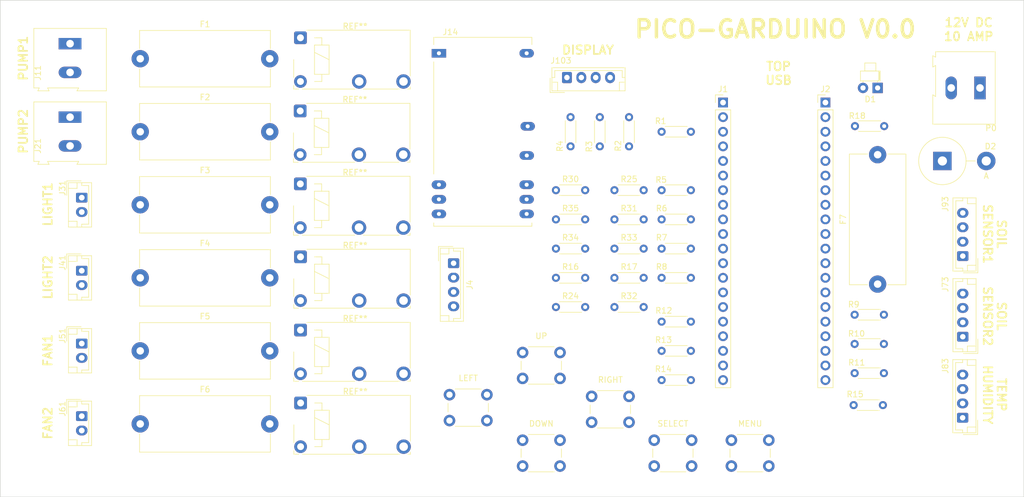
<source format=kicad_pcb>
(kicad_pcb (version 20211014) (generator pcbnew)
  (layers (0 "F.Cu" signal) (31 "B.Cu" signal) (34 "B.Paste" user) (35 "F.Paste" user) (36 "B.SilkS" user "B.Silkscreen") (37 "F.SilkS" user "F.Silkscreen") (38 "B.Mask" user) (39 "F.Mask" user) (44 "Edge.Cuts" user))
  (net 0 "")
  (net 1 "Net-(D2-Pad2)")
  (net 4 "Net-(F1-Pad1)")
  (net 5 "GND")
  (net 6 "Net-(F6-Pad1)")
  (net 7 "Net-(F2-Pad1)")
  (net 8 "Net-(F3-Pad1)")
  (net 9 "BUTTON 5")
  (net 10 "BUTTON 6")
  (net 11 "Net-(J1-Pad6)")
  (net 12 "Net-(F4-Pad1)")
  (net 13 "Net-(F5-Pad1)")
  (net 15 "Net-(J1-Pad9)")
  (net 16 "VEXT12")
  (net 17 "Net-(J1-Pad10)")
  (net 18 "Net-(J1-Pad14)")
  (net 19 "Net-(J1-Pad15)")
  (net 20 "Net-(J1-Pad16)")
  (net 22 "Net-(J1-Pad17)")
  (net 23 "Net-(J1-Pad19)")
  (net 30 "Net-(J1-Pad7)")
  (net 31 "Net-(J4-Pad3)")
  (net 32 "Net-(J33-Pad2)")
  (net 33 "Net-(J1-Pad20)")
  (net 34 "Net-(J103-Pad4)")
  (net 35 "Net-(J103-Pad3)")
  (net 36 "Net-(J2-Pad34)")
  (net 37 "Net-(J4-Pad4)")
  (net 38 "Net-(J43-Pad2)")
  (net 39 "Net-(J53-Pad2)")
  (net 40 "Net-(J63-Pad2)")
  (net 41 "Net-(J2-Pad27)")
  (net 42 "Net-(J83-Pad2)")
  (net 43 "+3V3")
  (net 44 "Net-(J93-Pad4)")
  (net 45 "SoilSense")
  (net 46 "Net-(J93-Pad3)")
  (net 47 "Net-(R11-Pad2)")
  (net 48 "Net-(D1-Pad2)")
  (net 49 "Net-(R10-Pad2)")
  (net 50 "Net-(J2-Pad29)")
  (net 51 "VEXT")
  (net 53 "Net-(R5-Pad1)")
  (net 54 "Net-(R6-Pad1)")
  (net 55 "Net-(R10-Pad1)")
  (net 56 "BUTTON 1")
  (net 57 "BUTTON 2")
  (net 58 "BUTTON 3")
  (net 59 "BUTTON 4")
  (net 60 "3.3V")
  (footprint "Resistor_THT:R_Axial_DIN0204_L3.6mm_D1.6mm_P5.08mm_Horizontal" (layer "F.Cu") (at 158.058469 96.52)
    (fp_text reference "R6" (at 0 -1.92) (layer "F.SilkS"))
    (fp_text value "33R")
    (pad "1" thru_hole circle (at 0 0) (size 1.4 1.4) (drill 0.7) (layers *.Cu *.Mask) (net 54 "Net-(R6-Pad1)"))
    (pad "2" thru_hole oval (at 5.08 0) (size 1.4 1.4) (drill 0.7) (layers *.Cu *.Mask) (net 19 "Net-(J1-Pad15)"))
  )
  (footprint "Relay_THT:Relay_SPST_TE_PCH-1xxx2M" (layer "F.Cu") (at 95.345527 128.438043)
    (fp_text reference "REF**" (at 9.5 -2) (layer "F.SilkS"))
    (fp_text value "Relay_SPST_TE_PCH-1xxx2M")
    (pad "1" thru_hole roundrect (at 0 0) (size 2.2 2.2) (drill 1.2) (layers *.Cu *.Mask) (roundrect_rratio 0.155))
    (pad "2" thru_hole circle (at 10.2 7.6) (size 2.5 2.5) (drill 1.5) (layers *.Cu *.Mask))
    (pad "3" thru_hole circle (at 17.9 7.6) (size 2.5 2.5) (drill 1.5) (layers *.Cu *.Mask))
    (pad "5" thru_hole circle (at 0 7.6) (size 2.2 2.2) (drill 1.2) (layers *.Cu *.Mask))
  )
  (footprint "Resistor_THT:R_Axial_DIN0204_L3.6mm_D1.6mm_P5.08mm_Horizontal" (layer "F.Cu") (at 191.59 113.096308)
    (fp_text reference "R9" (at -0.153734 -1.782709) (layer "F.SilkS"))
    (fp_text value "33R")
    (pad "1" thru_hole circle (at 0 0) (size 1.4 1.4) (drill 0.7) (layers *.Cu *.Mask) (net 45 "SoilSense"))
    (pad "2" thru_hole oval (at 5.08 0) (size 1.4 1.4) (drill 0.7) (layers *.Cu *.Mask) (net 46 "Net-(J93-Pad3)"))
  )
  (footprint "Connector_JST:JST_EH_B2B-EH-A_1x02_P2.50mm_Vertical" (layer "F.Cu") (at 57.33 105.439238 -90)
    (fp_text reference "J41" (at -1.379239 3.351531 90) (layer "F.SilkS"))
    (fp_text value "Light2")
    (pad "1" thru_hole roundrect (at 0 0 270) (size 1.7 2) (drill 1) (layers *.Cu *.Mask) (roundrect_rratio 0.147059))
    (pad "2" thru_hole oval (at 2.5 0 270) (size 1.7 2) (drill 1) (layers *.Cu *.Mask) (net 5 "GND"))
  )
  (footprint "Resistor_THT:R_Axial_DIN0204_L3.6mm_D1.6mm_P5.08mm_Horizontal" (layer "F.Cu") (at 139.7 106.68)
    (fp_text reference "R16" (at 2.54 -1.92) (layer "F.SilkS"))
    (fp_text value "33R")
    (pad "1" thru_hole circle (at 0 0) (size 1.4 1.4) (drill 0.7) (layers *.Cu *.Mask) (net 37 "Net-(J4-Pad4)"))
    (pad "2" thru_hole oval (at 5.08 0) (size 1.4 1.4) (drill 0.7) (layers *.Cu *.Mask) (net 11 "Net-(J1-Pad6)"))
  )
  (footprint "Resistor_THT:R_Axial_DIN0204_L3.6mm_D1.6mm_P5.08mm_Horizontal" (layer "F.Cu") (at 152.4 83.82 90)
    (fp_text reference "R2" (at 0.0876 -1.894706 90) (layer "F.SilkS"))
    (fp_text value "33R")
    (pad "1" thru_hole circle (at 0 0 90) (size 1.4 1.4) (drill 0.7) (layers *.Cu *.Mask) (net 35 "Net-(J103-Pad3)"))
    (pad "2" thru_hole oval (at 5.08 0 90) (size 1.4 1.4) (drill 0.7) (layers *.Cu *.Mask) (net 17 "Net-(J1-Pad10)"))
  )
  (footprint "Resistor_THT:R_Axial_DIN0204_L3.6mm_D1.6mm_P5.08mm_Horizontal" (layer "F.Cu") (at 158.058469 81.28)
    (fp_text reference "R1" (at -0.17127 -1.862134) (layer "F.SilkS"))
    (fp_text value "33R")
    (pad "1" thru_hole circle (at 0 0) (size 1.4 1.4) (drill 0.7) (layers *.Cu *.Mask) (net 34 "Net-(J103-Pad4)"))
    (pad "2" thru_hole oval (at 5.08 0) (size 1.4 1.4) (drill 0.7) (layers *.Cu *.Mask) (net 15 "Net-(J1-Pad9)"))
  )
  (footprint "Resistor_THT:R_Axial_DIN0204_L3.6mm_D1.6mm_P5.08mm_Horizontal" (layer "F.Cu") (at 158.058469 119.38)
    (fp_text reference "R13" (at 0.341132 -1.9076) (layer "F.SilkS"))
    (fp_text value "33R")
    (pad "1" thru_hole circle (at 0 0) (size 1.4 1.4) (drill 0.7) (layers *.Cu *.Mask) (net 39 "Net-(J53-Pad2)"))
    (pad "2" thru_hole oval (at 5.08 0) (size 1.4 1.4) (drill 0.7) (layers *.Cu *.Mask) (net 23 "Net-(J1-Pad19)"))
  )
  (footprint "Button_Switch_THT:SW_PUSH_6mm" (layer "F.Cu") (at 121.21 127)
    (fp_text reference "LEFT" (at 3.252541 -2.874344) (layer "F.SilkS"))
    (fp_text value "SW_Push")
    (pad "1" thru_hole circle (at 6.5 0 90) (size 2 2) (drill 1.1) (layers *.Cu *.Mask) (net 60 "3.3V"))
    (pad "1" thru_hole circle (at 0 0 90) (size 2 2) (drill 1.1) (layers *.Cu *.Mask) (net 60 "3.3V"))
    (pad "2" thru_hole circle (at 0 4.5 90) (size 2 2) (drill 1.1) (layers *.Cu *.Mask) (net 57 "BUTTON 2"))
    (pad "2" thru_hole circle (at 6.5 4.5 90) (size 2 2) (drill 1.1) (layers *.Cu *.Mask) (net 57 "BUTTON 2"))
  )
  (footprint "Converter_DCDC:Converter_DCDC_Bothhand_CFUDxxxx_THT" (layer "F.Cu") (at 119.375 67.63)
    (fp_text reference "J14" (at 1.99 -3.68) (layer "F.SilkS"))
    (fp_text value "BuckIN")
    (pad "1" thru_hole rect (at 0 0) (size 2.5 1.5) (drill 0.7) (layers *.Cu *.Mask) (net 16 "VEXT12"))
    (pad "10" thru_hole oval (at 0 22.86) (size 2.5 1.5) (drill 0.7) (layers *.Cu *.Mask))
    (pad "11" thru_hole oval (at 0 25.4) (size 2.5 1.5) (drill 0.7) (layers *.Cu *.Mask))
    (pad "12" thru_hole oval (at 0 27.94) (size 2.5 1.5) (drill 0.7) (layers *.Cu *.Mask))
    (pad "13" thru_hole oval (at 15.24 27.94) (size 2.5 1.5) (drill 0.7) (layers *.Cu *.Mask))
    (pad "14" thru_hole oval (at 15.24 25.4) (size 2.5 1.5) (drill 0.7) (layers *.Cu *.Mask))
    (pad "15" thru_hole oval (at 15.24 22.86) (size 2.5 1.5) (drill 0.7) (layers *.Cu *.Mask))
    (pad "17" thru_hole oval (at 15.26 17.78) (size 2.5 1.5) (drill 0.7) (layers *.Cu *.Mask))
    (pad "19" thru_hole oval (at 15.42 12.7) (size 2.5 1.5) (drill 0.7) (layers *.Cu *.Mask))
    (pad "24" thru_hole oval (at 15.24 0) (size 2.5 1.5) (drill 0.7) (layers *.Cu *.Mask))
  )
  (footprint "TerminalBlock:TerminalBlock_Altech_AK300-2_P5.00mm" (layer "F.Cu") (at 55.301531 78.74 -90)
    (fp_text reference "J21" (at 4.999999 5.591531 90) (layer "F.SilkS"))
    (fp_text value "Pump2")
    (pad "1" thru_hole rect (at 0 0 270) (size 1.98 3.96) (drill 1.32) (layers *.Cu *.Mask))
    (pad "2" thru_hole oval (at 5 0 270) (size 1.98 3.96) (drill 1.32) (layers *.Cu *.Mask) (net 5 "GND"))
  )
  (footprint "Button_Switch_THT:SW_PUSH_6mm" (layer "F.Cu") (at 133.91 134.91)
    (fp_text reference "DOWN" (at 3.252535 -2.874352) (layer "F.SilkS"))
    (fp_text value "SW_Push")
    (pad "1" thru_hole circle (at 6.5 0 90) (size 2 2) (drill 1.1) (layers *.Cu *.Mask) (net 60 "3.3V"))
    (pad "1" thru_hole circle (at 0 0 90) (size 2 2) (drill 1.1) (layers *.Cu *.Mask) (net 60 "3.3V"))
    (pad "2" thru_hole circle (at 0 4.5 90) (size 2 2) (drill 1.1) (layers *.Cu *.Mask) (net 9 "BUTTON 5"))
    (pad "2" thru_hole circle (at 6.5 4.5 90) (size 2 2) (drill 1.1) (layers *.Cu *.Mask) (net 9 "BUTTON 5"))
  )
  (footprint "Connector_JST:JST_EH_B2B-EH-A_1x02_P2.50mm_Vertical" (layer "F.Cu") (at 57.33 130.730076 -90)
    (fp_text reference "J61" (at -1.270077 3.351531 90) (layer "F.SilkS"))
    (fp_text value "Fan2")
    (pad "1" thru_hole roundrect (at 0 0 270) (size 1.7 2) (drill 1) (layers *.Cu *.Mask) (roundrect_rratio 0.147059))
    (pad "2" thru_hole oval (at 2.5 0 270) (size 1.7 2) (drill 1) (layers *.Cu *.Mask) (net 5 "GND"))
  )
  (footprint "Button_Switch_THT:SW_PUSH_6mm" (layer "F.Cu") (at 133.91 119.67)
    (fp_text reference "UP" (at 3.252541 -2.874344) (layer "F.SilkS"))
    (fp_text value "SW_Push")
    (pad "1" thru_hole circle (at 0 0 90) (size 2 2) (drill 1.1) (layers *.Cu *.Mask) (net 60 "3.3V"))
    (pad "1" thru_hole circle (at 6.5 0 90) (size 2 2) (drill 1.1) (layers *.Cu *.Mask) (net 60 "3.3V"))
    (pad "2" thru_hole circle (at 0 4.5 90) (size 2 2) (drill 1.1) (layers *.Cu *.Mask) (net 56 "BUTTON 1"))
    (pad "2" thru_hole circle (at 6.5 4.5 90) (size 2 2) (drill 1.1) (layers *.Cu *.Mask) (net 56 "BUTTON 1"))
  )
  (footprint "Fuse:Fuseholder_Cylinder-5x20mm_Schurter_0031_8201_Horizontal_Open" (layer "F.Cu") (at 195.58 107.77 90)
    (fp_text reference "F7" (at 11.25 -6 90) (layer "F.SilkS"))
    (fp_text value "Fuse")
    (pad "" np_thru_hole circle (at 11.25 0 90) (size 2.7 2.7) (drill 2.7) (layers *.Cu *.Mask))
    (pad "1" thru_hole circle (at 0 0 90) (size 3 3) (drill 1.3) (layers *.Cu *.Mask) (net 16 "VEXT12"))
    (pad "2" thru_hole circle (at 22.5 0 90) (size 3 3) (drill 1.3) (layers *.Cu *.Mask) (net 1 "Net-(D2-Pad2)"))
  )
  (footprint "Resistor_THT:R_Axial_DIN0204_L3.6mm_D1.6mm_P5.08mm_Horizontal" (layer "F.Cu") (at 196.720707 80.301744 180)
    (fp_text reference "R18" (at 4.687109 1.788946) (layer "F.SilkS"))
    (fp_text value "1K")
    (pad "1" thru_hole circle (at 0 0 180) (size 1.4 1.4) (drill 0.7) (layers *.Cu *.Mask) (net 16 "VEXT12"))
    (pad "2" thru_hole oval (at 5.08 0 180) (size 1.4 1.4) (drill 0.7) (layers *.Cu *.Mask) (net 48 "Net-(D1-Pad2)"))
  )
  (footprint "Relay_THT:Relay_SPST_TE_PCH-1xxx2M" (layer "F.Cu") (at 95.320104 64.938589)
    (fp_text reference "REF**" (at 9.5 -2) (layer "F.SilkS"))
    (fp_text value "Relay_SPST_TE_PCH-1xxx2M")
    (pad "1" thru_hole roundrect (at 0 0) (size 2.2 2.2) (drill 1.2) (layers *.Cu *.Mask) (roundrect_rratio 0.155))
    (pad "2" thru_hole circle (at 10.2 7.6) (size 2.5 2.5) (drill 1.5) (layers *.Cu *.Mask))
    (pad "3" thru_hole circle (at 17.9 7.6) (size 2.5 2.5) (drill 1.5) (layers *.Cu *.Mask))
    (pad "5" thru_hole circle (at 0 7.6) (size 2.2 2.2) (drill 1.2) (layers *.Cu *.Mask))
  )
  (footprint "Button_Switch_THT:SW_PUSH_6mm" (layer "F.Cu") (at 145.9 127.29)
    (fp_text reference "RIGHT" (at 3.252535 -2.874352) (layer "F.SilkS"))
    (fp_text value "SW_Push")
    (pad "1" thru_hole circle (at 6.5 0 90) (size 2 2) (drill 1.1) (layers *.Cu *.Mask) (net 60 "3.3V"))
    (pad "1" thru_hole circle (at 0 0 90) (size 2 2) (drill 1.1) (layers *.Cu *.Mask) (net 60 "3.3V"))
    (pad "2" thru_hole circle (at 0 4.5 90) (size 2 2) (drill 1.1) (layers *.Cu *.Mask) (net 59 "BUTTON 4"))
    (pad "2" thru_hole circle (at 6.5 4.5 90) (size 2 2) (drill 1.1) (layers *.Cu *.Mask) (net 59 "BUTTON 4"))
  )
  (footprint "Connector_JST:JST_EH_B4B-EH-A_1x04_P2.50mm_Vertical" (layer "F.Cu") (at 121.92 104.14 -90)
    (fp_text reference "J4" (at 3.75 -2.8 90) (layer "F.SilkS"))
    (fp_text value "RTC")
    (pad "1" thru_hole roundrect (at 0 0 270) (size 1.7 1.95) (drill 0.95) (layers *.Cu *.Mask) (roundrect_rratio 0.147059) (net 51 "VEXT"))
    (pad "2" thru_hole oval (at 2.5 0 270) (size 1.7 1.95) (drill 0.95) (layers *.Cu *.Mask) (net 5 "GND"))
    (pad "3" thru_hole oval (at 5 0 270) (size 1.7 1.95) (drill 0.95) (layers *.Cu *.Mask) (net 31 "Net-(J4-Pad3)"))
    (pad "4" thru_hole oval (at 7.5 0 270) (size 1.7 1.95) (drill 0.95) (layers *.Cu *.Mask) (net 37 "Net-(J4-Pad4)"))
  )
  (footprint "Fuse:Fuseholder_Cylinder-5x20mm_Schurter_0031_8201_Horizontal_Open" (layer "F.Cu") (at 67.49 93.98)
    (fp_text reference "F3" (at 11.25 -6) (layer "F.SilkS"))
    (fp_text value "Fuse")
    (pad "" np_thru_hole circle (at 11.25 0) (size 2.7 2.7) (drill 2.7) (layers *.Cu *.Mask))
    (pad "1" thru_hole circle (at 0 0) (size 3 3) (drill 1.3) (layers *.Cu *.Mask) (net 8 "Net-(F3-Pad1)"))
    (pad "2" thru_hole circle (at 22.5 0) (size 3 3) (drill 1.3) (layers *.Cu *.Mask) (net 16 "VEXT12"))
  )
  (footprint "Fuse:Fuseholder_Cylinder-5x20mm_Schurter_0031_8201_Horizontal_Open" (layer "F.Cu") (at 67.49 81.28)
    (fp_text reference "F2" (at 11.25 -6) (layer "F.SilkS"))
    (fp_text value "Fuse")
    (pad "" np_thru_hole circle (at 11.25 0) (size 2.7 2.7) (drill 2.7) (layers *.Cu *.Mask))
    (pad "1" thru_hole circle (at 0 0) (size 3 3) (drill 1.3) (layers *.Cu *.Mask) (net 7 "Net-(F2-Pad1)"))
    (pad "2" thru_hole circle (at 22.5 0) (size 3 3) (drill 1.3) (layers *.Cu *.Mask) (net 16 "VEXT12"))
  )
  (footprint "Connector_JST:JST_EH_B4B-EH-A_1x04_P2.50mm_Vertical" (layer "F.Cu") (at 210.371538 116.923185 90)
    (fp_text reference "J73" (at 9.107467 -3.03617 90) (layer "F.SilkS"))
    (fp_text value "Soil Moisture")
    (pad "1" thru_hole roundrect (at 0 0 90) (size 1.7 1.95) (drill 0.95) (layers *.Cu *.Mask) (roundrect_rratio 0.147059) (net 51 "VEXT"))
    (pad "2" thru_hole oval (at 2.5 0 90) (size 1.7 1.95) (drill 0.95) (layers *.Cu *.Mask) (net 5 "GND"))
    (pad "3" thru_hole oval (at 5 0 90) (size 1.7 1.95) (drill 0.95) (layers *.Cu *.Mask) (net 47 "Net-(R11-Pad2)"))
    (pad "4" thru_hole oval (at 7.5 0 90) (size 1.7 1.95) (drill 0.95) (layers *.Cu *.Mask) (net 49 "Net-(R10-Pad2)"))
  )
  (footprint "Resistor_THT:R_Axial_DIN0204_L3.6mm_D1.6mm_P5.08mm_Horizontal" (layer "F.Cu") (at 191.414441 128.814019)
    (fp_text reference "R15" (at 0.253291 -1.880153) (layer "F.SilkS"))
    (fp_text value "33R")
    (pad "1" thru_hole circle (at 0 0) (size 1.4 1.4) (drill 0.7) (layers *.Cu *.Mask) (net 41 "Net-(J2-Pad27)"))
    (pad "2" thru_hole oval (at 5.08 0) (size 1.4 1.4) (drill 0.7) (layers *.Cu *.Mask) (net 42 "Net-(J83-Pad2)"))
  )
  (footprint "Relay_THT:Relay_SPST_TE_PCH-1xxx2M" (layer "F.Cu") (at 95.327457 103.03695)
    (fp_text reference "REF**" (at 9.5 -2) (layer "F.SilkS"))
    (fp_text value "Relay_SPST_TE_PCH-1xxx2M")
    (pad "1" thru_hole roundrect (at 0 0) (size 2.2 2.2) (drill 1.2) (layers *.Cu *.Mask) (roundrect_rratio 0.155))
    (pad "2" thru_hole circle (at 10.2 7.6) (size 2.5 2.5) (drill 1.5) (layers *.Cu *.Mask))
    (pad "3" thru_hole circle (at 17.9 7.6) (size 2.5 2.5) (drill 1.5) (layers *.Cu *.Mask))
    (pad "5" thru_hole circle (at 0 7.6) (size 2.2 2.2) (drill 1.2) (layers *.Cu *.Mask))
  )
  (footprint "Resistor_THT:R_Axial_DIN0204_L3.6mm_D1.6mm_P5.08mm_Horizontal" (layer "F.Cu") (at 139.7 111.76)
    (fp_text reference "R24" (at 2.54 -1.92) (layer "F.SilkS"))
    (fp_text value "10k")
    (pad "1" thru_hole circle (at 0 0) (size 1.4 1.4) (drill 0.7) (layers *.Cu *.Mask) (net 43 "+3V3"))
    (pad "2" thru_hole oval (at 5.08 0) (size 1.4 1.4) (drill 0.7) (layers *.Cu *.Mask) (net 37 "Net-(J4-Pad4)"))
  )
  (footprint "Connector_JST:JST_EH_B2B-EH-A_1x02_P2.50mm_Vertical" (layer "F.Cu") (at 57.33 92.738771 -90)
    (fp_text reference "J31" (at -1.66 3.351531 90) (layer "F.SilkS"))
    (fp_text value "Light")
    (pad "1" thru_hole roundrect (at 0 0 270) (size 1.7 2) (drill 1) (layers *.Cu *.Mask) (roundrect_rratio 0.147059))
    (pad "2" thru_hole oval (at 2.5 0 270) (size 1.7 2) (drill 1) (layers *.Cu *.Mask) (net 5 "GND"))
  )
  (footprint "Fuse:Fuseholder_Cylinder-5x20mm_Schurter_0031_8201_Horizontal_Open" (layer "F.Cu") (at 67.49 68.58)
    (fp_text reference "F1" (at 11.25 -6) (layer "F.SilkS"))
    (fp_text value "Fuse")
    (pad "" np_thru_hole circle (at 11.25 0) (size 2.7 2.7) (drill 2.7) (layers *.Cu *.Mask))
    (pad "1" thru_hole circle (at 0 0) (size 3 3) (drill 1.3) (layers *.Cu *.Mask) (net 4 "Net-(F1-Pad1)"))
    (pad "2" thru_hole circle (at 22.5 0) (size 3 3) (drill 1.3) (layers *.Cu *.Mask) (net 16 "VEXT12"))
  )
  (footprint "Resistor_THT:R_Axial_DIN0204_L3.6mm_D1.6mm_P5.08mm_Horizontal" (layer "F.Cu") (at 158.058469 124.46)
    (fp_text reference "R14" (at 0.303932 -1.928399) (layer "F.SilkS"))
    (fp_text value "33R")
    (pad "1" thru_hole circle (at 0 0) (size 1.4 1.4) (drill 0.7) (layers *.Cu *.Mask) (net 40 "Net-(J63-Pad2)"))
    (pad "2" thru_hole oval (at 5.08 0) (size 1.4 1.4) (drill 0.7) (layers *.Cu *.Mask) (net 33 "Net-(J1-Pad20)"))
  )
  (footprint "Resistor_THT:R_Axial_DIN0204_L3.6mm_D1.6mm_P5.08mm_Horizontal" (layer "F.Cu") (at 191.59 123.256308)
    (fp_text reference "R11" (at 0.358799 -1.844577) (layer "F.SilkS"))
    (fp_text value "33R")
    (pad "1" thru_hole circle (at 0 0) (size 1.4 1.4) (drill 0.7) (layers *.Cu *.Mask) (net 50 "Net-(J2-Pad29)"))
    (pad "2" thru_hole oval (at 5.08 0) (size 1.4 1.4) (drill 0.7) (layers *.Cu *.Mask) (net 47 "Net-(R11-Pad2)"))
  )
  (footprint "Resistor_THT:R_Axial_DIN0204_L3.6mm_D1.6mm_P5.08mm_Horizontal" (layer "F.Cu") (at 149.86 101.6)
    (fp_text reference "R33" (at 2.54 -1.92) (layer "F.SilkS"))
    (fp_text value "10k")
    (pad "1" thru_hole circle (at 0 0) (size 1.4 1.4) (drill 0.7) (layers *.Cu *.Mask) (net 59 "BUTTON 4"))
    (pad "2" thru_hole oval (at 5.08 0) (size 1.4 1.4) (drill 0.7) (layers *.Cu *.Mask) (net 5 "GND"))
  )
  (footprint "Resistor_THT:R_Axial_DIN0204_L3.6mm_D1.6mm_P5.08mm_Horizontal" (layer "F.Cu") (at 149.86 91.44)
    (fp_text reference "R25" (at 2.54 -1.92) (layer "F.SilkS"))
    (fp_text value "10k")
    (pad "1" thru_hole circle (at 0 0) (size 1.4 1.4) (drill 0.7) (layers *.Cu *.Mask) (net 43 "+3V3"))
    (pad "2" thru_hole oval (at 5.08 0) (size 1.4 1.4) (drill 0.7) (layers *.Cu *.Mask) (net 31 "Net-(J4-Pad3)"))
  )
  (footprint "Resistor_THT:R_Axial_DIN0204_L3.6mm_D1.6mm_P5.08mm_Horizontal" (layer "F.Cu") (at 158.058469 106.68)
    (fp_text reference "R8" (at 0 -1.92) (layer "F.SilkS"))
    (fp_text value "33R")
    (pad "1" thru_hole circle (at 0 0) (size 1.4 1.4) (drill 0.7) (layers *.Cu *.Mask) (net 36 "Net-(J2-Pad34)"))
    (pad "2" thru_hole oval (at 5.08 0) (size 1.4 1.4) (drill 0.7) (layers *.Cu *.Mask) (net 44 "Net-(J93-Pad4)"))
  )
  (footprint "Resistor_THT:R_Axial_DIN0204_L3.6mm_D1.6mm_P5.08mm_Horizontal" (layer "F.Cu") (at 147.32 83.82 90)
    (fp_text reference "R3" (at -0.0364 -1.849108 90) (layer "F.SilkS"))
    (fp_text value "10k")
    (pad "1" thru_hole circle (at 0 0 90) (size 1.4 1.4) (drill 0.7) (layers *.Cu *.Mask) (net 43 "+3V3"))
    (pad "2" thru_hole oval (at 5.08 0 90) (size 1.4 1.4) (drill 0.7) (layers *.Cu *.Mask) (net 34 "Net-(J103-Pad4)"))
  )
  (footprint "Button_Switch_THT:SW_PUSH_6mm" (layer "F.Cu") (at 156.77 134.91)
    (fp_text reference "SELECT" (at 3.252535 -2.874352) (layer "F.SilkS"))
    (fp_text value "SW_Push")
    (pad "1" thru_hole circle (at 0 0 90) (size 2 2) (drill 1.1) (layers *.Cu *.Mask) (net 60 "3.3V"))
    (pad "1" thru_hole circle (at 6.5 0 90) (size 2 2) (drill 1.1) (layers *.Cu *.Mask) (net 60 "3.3V"))
    (pad "2" thru_hole circle (at 6.5 4.5 90) (size 2 2) (drill 1.1) (layers *.Cu *.Mask) (net 10 "BUTTON 6"))
    (pad "2" thru_hole circle (at 0 4.5 90) (size 2 2) (drill 1.1) (layers *.Cu *.Mask) (net 10 "BUTTON 6"))
  )
  (footprint "Resistor_THT:R_Axial_DIN0204_L3.6mm_D1.6mm_P5.08mm_Horizontal" (layer "F.Cu") (at 139.7 91.44)
    (fp_text reference "R30" (at 2.54 -1.92) (layer "F.SilkS"))
    (fp_text value "10k")
    (pad "1" thru_hole circle (at 0 0) (size 1.4 1.4) (drill 0.7) (layers *.Cu *.Mask) (net 56 "BUTTON 1"))
    (pad "2" thru_hole oval (at 5.08 0) (size 1.4 1.4) (drill 0.7) (layers *.Cu *.Mask) (net 5 "GND"))
  )
  (footprint "Connector_JST:JST_EH_B2B-EH-A_1x02_P2.50mm_Vertical" (layer "F.Cu") (at 57.33 118.102177 -90)
    (fp_text reference "J51" (at -1.342178 3.351531 90) (layer "F.SilkS"))
    (fp_text value "Fan")
    (pad "1" thru_hole roundrect (at 0 0 270) (size 1.7 2) (drill 1) (layers *.Cu *.Mask) (roundrect_rratio 0.147059))
    (pad "2" thru_hole oval (at 2.5 0 270) (size 1.7 2) (drill 1) (layers *.Cu *.Mask) (net 5 "GND"))
  )
  (footprint "Resistor_THT:R_Axial_DIN0204_L3.6mm_D1.6mm_P5.08mm_Horizontal" (layer "F.Cu") (at 149.86 106.68)
    (fp_text reference "R17" (at 2.54 -1.92) (layer "F.SilkS"))
    (fp_text value "33R")
    (pad "1" thru_hole circle (at 0 0) (size 1.4 1.4) (drill 0.7) (layers *.Cu *.Mask) (net 31 "Net-(J4-Pad3)"))
    (pad "2" thru_hole oval (at 5.08 0) (size 1.4 1.4) (drill 0.7) (layers *.Cu *.Mask) (net 30 "Net-(J1-Pad7)"))
  )
  (footprint "Connector_JST:JST_EH_B4B-EH-A_1x04_P2.50mm_Vertical" (layer "F.Cu") (at 141.608469 71.85)
    (fp_text reference "J103" (at -1.034072 -2.937201) (layer "F.SilkS"))
    (fp_text value "Display")
    (pad "1" thru_hole roundrect (at 0 0) (size 1.7 1.95) (drill 0.95) (layers *.Cu *.Mask) (roundrect_rratio 0.147059) (net 51 "VEXT"))
    (pad "2" thru_hole oval (at 2.5 0) (size 1.7 1.95) (drill 0.95) (layers *.Cu *.Mask) (net 5 "GND"))
    (pad "3" thru_hole oval (at 5 0) (size 1.7 1.95) (drill 0.95) (layers *.Cu *.Mask) (net 35 "Net-(J103-Pad3)"))
    (pad "4" thru_hole oval (at 7.5 0) (size 1.7 1.95) (drill 0.95) (layers *.Cu *.Mask) (net 34 "Net-(J103-Pad4)"))
  )
  (footprint "Connector_JST:JST_EH_B4B-EH-A_1x04_P2.50mm_Vertical" (layer "F.Cu") (at 210.344311 131.01345 90)
    (fp_text reference "J83" (at 9.010264 -3.008943 90) (layer "F.SilkS"))
    (fp_text value "DHT11")
    (pad "1" thru_hole roundrect (at 0 0 90) (size 1.7 1.95) (drill 0.95) (layers *.Cu *.Mask) (roundrect_rratio 0.147059) (net 51 "VEXT"))
    (pad "2" thru_hole oval (at 2.5 0 90) (size 1.7 1.95) (drill 0.95) (layers *.Cu *.Mask) (net 42 "Net-(J83-Pad2)"))
    (pad "3" thru_hole oval (at 5 0 90) (size 1.7 1.95) (drill 0.95) (layers *.Cu *.Mask))
    (pad "4" thru_hole oval (at 7.5 0 90) (size 1.7 1.95) (drill 0.95) (layers *.Cu *.Mask) (net 5 "GND"))
  )
  (footprint "Connector_PinHeader_2.54mm:PinHeader_1x20_P2.54mm_Vertical" (layer "F.Cu") (at 186.51 76.2)
    (fp_text reference "J2" (at 0 -2.33) (layer "F.SilkS"))
    (fp_text value "PICO")
    (pad "1" thru_hole rect (at 0 0) (size 1.7 1.7) (drill 1) (layers *.Cu *.Mask))
    (pad "2" thru_hole oval (at 0 2.54) (size 1.7 1.7) (drill 1) (layers *.Cu *.Mask))
    (pad "3" thru_hole oval (at 0 5.08) (size 1.7 1.7) (drill 1) (layers *.Cu *.Mask))
    (pad "4" thru_hole oval (at 0 7.62) (size 1.7 1.7) (drill 1) (layers *.Cu *.Mask))
    (pad "5" thru_hole oval (at 0 10.16) (size 1.7 1.7) (drill 1) (layers *.Cu *.Mask))
    (pad "6" thru_hole oval (at 0 12.7) (size 1.7 1.7) (drill 1) (layers *.Cu *.Mask))
    (pad "7" thru_hole oval (at 0 15.24) (size 1.7 1.7) (drill 1) (layers *.Cu *.Mask))
    (pad "8" thru_hole oval (at 0 17.78) (size 1.7 1.7) (drill 1) (layers *.Cu *.Mask))
    (pad "9" thru_hole oval (at 0 20.32) (size 1.7 1.7) (drill 1) (layers *.Cu *.Mask))
    (pad "10" thru_hole oval (at 0 22.86) (size 1.7 1.7) (drill 1) (layers *.Cu *.Mask))
    (pad "11" thru_hole oval (at 0 25.4) (size 1.7 1.7) (drill 1) (layers *.Cu *.Mask))
    (pad "12" thru_hole oval (at 0 27.94) (size 1.7 1.7) (drill 1) (layers *.Cu *.Mask))
    (pad "13" thru_hole oval (at 0 30.48) (size 1.7 1.7) (drill 1) (layers *.Cu *.Mask))
    (pad "14" thru_hole oval (at 0 33.02) (size 1.7 1.7) (drill 1) (layers *.Cu *.Mask))
    (pad "15" thru_hole oval (at 0 35.56) (size 1.7 1.7) (drill 1) (layers *.Cu *.Mask))
    (pad "16" thru_hole oval (at 0 38.1) (size 1.7 1.7) (drill 1) (layers *.Cu *.Mask))
    (pad "17" thru_hole oval (at 0 40.64) (size 1.7 1.7) (drill 1) (layers *.Cu *.Mask))
    (pad "18" thru_hole oval (at 0 43.18) (size 1.7 1.7) (drill 1) (layers *.Cu *.Mask))
    (pad "19" thru_hole oval (at 0 45.72) (size 1.7 1.7) (drill 1) (layers *.Cu *.Mask))
    (pad "20" thru_hole oval (at 0 48.26) (size 1.7 1.7) (drill 1) (layers *.Cu *.Mask))
  )
  (footprint "Button_Switch_THT:SW_PUSH_6mm" (layer "F.Cu") (at 170.18 134.91)
    (fp_text reference "MENU" (at 3.252535 -2.874352) (layer "F.SilkS"))
    (fp_text value "SW_Push")
    (pad "1" thru_hole circle (at 0 0 90) (size 2 2) (drill 1.1) (layers *.Cu *.Mask) (net 60 "3.3V"))
    (pad "1" thru_hole circle (at 6.5 0 90) (size 2 2) (drill 1.1) (layers *.Cu *.Mask) (net 60 "3.3V"))
    (pad "2" thru_hole circle (at 6.5 4.5 90) (size 2 2) (drill 1.1) (layers *.Cu *.Mask) (net 58 "BUTTON 3"))
    (pad "2" thru_hole circle (at 0 4.5 90) (size 2 2) (drill 1.1) (layers *.Cu *.Mask) (net 58 "BUTTON 3"))
  )
  (footprint "Connector_JST:JST_EH_B4B-EH-A_1x04_P2.50mm_Vertical" (layer "F.Cu") (at 210.371538 102.893186 90)
    (fp_text reference "J93" (at 9.047391 -3.03617 90) (layer "F.SilkS"))
    (fp_text value "Soil Moisture")
    (pad "1" thru_hole roundrect (at 0 0 90) (size 1.7 1.95) (drill 0.95) (layers *.Cu *.Mask) (roundrect_rratio 0.147059) (net 51 "VEXT"))
    (pad "2" thru_hole oval (at 2.5 0 90) (size 1.7 1.95) (drill 0.95) (layers *.Cu *.Mask) (net 5 "GND"))
    (pad "3" thru_hole oval (at 5 0 90) (size 1.7 1.95) (drill 0.95) (layers *.Cu *.Mask) (net 46 "Net-(J93-Pad3)"))
    (pad "4" thru_hole oval (at 7.5 0 90) (size 1.7 1.95) (drill 0.95) (layers *.Cu *.Mask) (net 44 "Net-(J93-Pad4)"))
  )
  (footprint "Fuse:Fuseholder_Cylinder-5x20mm_Schurter_0031_8201_Horizontal_Open" (layer "F.Cu") (at 67.49 106.68)
    (fp_text reference "F4" (at 11.25 -6) (layer "F.SilkS"))
    (fp_text value "Fuse")
    (pad "" np_thru_hole circle (at 11.25 0) (size 2.7 2.7) (drill 2.7) (layers *.Cu *.Mask))
    (pad "1" thru_hole circle (at 0 0) (size 3 3) (drill 1.3) (layers *.Cu *.Mask) (net 12 "Net-(F4-Pad1)"))
    (pad "2" thru_hole circle (at 22.5 0) (size 3 3) (drill 1.3) (layers *.Cu *.Mask) (net 16 "VEXT12"))
  )
  (footprint "Fuse:Fuseholder_Cylinder-5x20mm_Schurter_0031_8201_Horizontal_Open" (layer "F.Cu") (at 67.49 132.08)
    (fp_text reference "F6" (at 11.25 -6) (layer "F.SilkS"))
    (fp_text value "Fuse")
    (pad "" np_thru_hole circle (at 11.25 0) (size 2.7 2.7) (drill 2.7) (layers *.Cu *.Mask))
    (pad "1" thru_hole circle (at 0 0) (size 3 3) (drill 1.3) (layers *.Cu *.Mask) (net 6 "Net-(F6-Pad1)"))
    (pad "2" thru_hole circle (at 22.5 0) (size 3 3) (drill 1.3) (layers *.Cu *.Mask) (net 16 "VEXT12"))
  )
  (footprint "TerminalBlock:TerminalBlock_Altech_AK300-2_P5.00mm" (layer "F.Cu") (at 55.301531 65.959999 -90)
    (fp_text reference "J11" (at 5.08 5.591531 90) (layer "F.SilkS"))
    (fp_text value "Pump")
    (pad "1" thru_hole rect (at 0 0 270) (size 1.98 3.96) (drill 1.32) (layers *.Cu *.Mask))
    (pad "2" thru_hole oval (at 5 0 270) (size 1.98 3.96) (drill 1.32) (layers *.Cu *.Mask) (net 5 "GND"))
  )
  (footprint "Connector_PinHeader_2.54mm:PinHeader_1x20_P2.54mm_Vertical" (layer "F.Cu") (at 168.73 76.2)
    (fp_text reference "J1" (at 0 -2.33) (layer "F.SilkS"))
    (fp_text value "PICO")
    (pad "1" thru_hole rect (at 0 0) (size 1.7 1.7) (drill 1) (layers *.Cu *.Mask))
    (pad "2" thru_hole oval (at 0 2.54) (size 1.7 1.7) (drill 1) (layers *.Cu *.Mask))
    (pad "3" thru_hole oval (at 0 5.08) (size 1.7 1.7) (drill 1) (layers *.Cu *.Mask) (net 5 "GND"))
    (pad "4" thru_hole oval (at 0 7.62) (size 1.7 1.7) (drill 1) (layers *.Cu *.Mask) (net 9 "BUTTON 5"))
    (pad "5" thru_hole oval (at 0 10.16) (size 1.7 1.7) (drill 1) (layers *.Cu *.Mask) (net 10 "BUTTON 6"))
    (pad "6" thru_hole oval (at 0 12.7) (size 1.7 1.7) (drill 1) (layers *.Cu *.Mask) (net 11 "Net-(J1-Pad6)"))
    (pad "7" thru_hole oval (at 0 15.24) (size 1.7 1.7) (drill 1) (layers *.Cu *.Mask) (net 30 "Net-(J1-Pad7)"))
    (pad "8" thru_hole oval (at 0 17.78) (size 1.7 1.7) (drill 1) (layers *.Cu *.Mask) (net 5 "GND"))
    (pad "9" thru_hole oval (at 0 20.32) (size 1.7 1.7) (drill 1) (layers *.Cu *.Mask) (net 15 "Net-(J1-Pad9)"))
    (pad "10" thru_hole oval (at 0 22.86) (size 1.7 1.7) (drill 1) (layers *.Cu *.Mask) (net 17 "Net-(J1-Pad10)"))
    (pad "11" thru_hole oval (at 0 25.4) (size 1.7 1.7) (drill 1) (layers *.Cu *.Mask))
    (pad "12" thru_hole oval (at 0 27.94) (size 1.7 1.7) (drill 1) (layers *.Cu *.Mask))
    (pad "13" thru_hole oval (at 0 30.48) (size 1.7 1.7) (drill 1) (layers *.Cu *.Mask) (net 5 "GND"))
    (pad "14" thru_hole oval (at 0 33.02) (size 1.7 1.7) (drill 1) (layers *.Cu *.Mask) (net 18 "Net-(J1-Pad14)"))
    (pad "15" thru_hole oval (at 0 35.56) (size 1.7 1.7) (drill 1) (layers *.Cu *.Mask) (net 19 "Net-(J1-Pad15)"))
    (pad "16" thru_hole oval (at 0 38.1) (size 1.7 1.7) (drill 1) (layers *.Cu *.Mask) (net 20 "Net-(J1-Pad16)"))
    (pad "17" thru_hole oval (at 0 40.64) (size 1.7 1.7) (drill 1) (layers *.Cu *.Mask) (net 22 "Net-(J1-Pad17)"))
    (pad "18" thru_hole oval (at 0 43.18) (size 1.7 1.7) (drill 1) (layers *.Cu *.Mask) (net 5 "GND"))
    (pad "19" thru_hole oval (at 0 45.72) (size 1.7 1.7) (drill 1) (layers *.Cu *.Mask) (net 23 "Net-(J1-Pad19)"))
    (pad "20" thru_hole oval (at 0 48.26) (size 1.7 1.7) (drill 1) (layers *.Cu *.Mask) (net 33 "Net-(J1-Pad20)"))
  )
  (footprint "Resistor_THT:R_Axial_DIN0204_L3.6mm_D1.6mm_P5.08mm_Horizontal" (layer "F.Cu") (at 139.7 101.6)
    (fp_text reference "R34" (at 2.54 -1.92) (layer "F.SilkS"))
    (fp_text value "10k")
    (pad "1" thru_hole circle (at 0 0) (size 1.4 1.4) (drill 0.7) (layers *.Cu *.Mask) (net 9 "BUTTON 5"))
    (pad "2" thru_hole oval (at 5.08 0) (size 1.4 1.4) (drill 0.7) (layers *.Cu *.Mask) (net 5 "GND"))
  )
  (footprint "Relay_THT:Relay_SPST_TE_PCH-1xxx2M" (layer "F.Cu") (at 95.274343 77.660104)
    (fp_text reference "REF**" (at 9.5 -2) (layer "F.SilkS"))
    (fp_text value "Relay_SPST_TE_PCH-1xxx2M")
    (pad "1" thru_hole roundrect (at 0 0) (size 2.2 2.2) (drill 1.2) (layers *.Cu *.Mask) (roundrect_rratio 0.155))
    (pad "2" thru_hole circle (at 10.2 7.6) (size 2.5 2.5) (drill 1.5) (layers *.Cu *.Mask))
    (pad "3" thru_hole circle (at 17.9 7.6) (size 2.5 2.5) (drill 1.5) (layers *.Cu *.Mask))
    (pad "5" thru_hole circle (at 0 7.6) (size 2.2 2.2) (drill 1.2) (layers *.Cu *.Mask))
  )
  (footprint "Resistor_THT:R_Axial_DIN0204_L3.6mm_D1.6mm_P5.08mm_Horizontal" (layer "F.Cu") (at 142.24 83.82 90)
    (fp_text reference "R4" (at 0.038 -1.85311 90) (layer "F.SilkS"))
    (fp_text value "10k")
    (pad "1" thru_hole circle (at 0 0 90) (size 1.4 1.4) (drill 0.7) (layers *.Cu *.Mask) (net 43 "+3V3"))
    (pad "2" thru_hole oval (at 5.08 0 90) (size 1.4 1.4) (drill 0.7) (layers *.Cu *.Mask) (net 35 "Net-(J103-Pad3)"))
  )
  (footprint "Fuse:Fuseholder_Cylinder-5x20mm_Schurter_0031_8201_Horizontal_Open" (layer "F.Cu") (at 67.49 119.38)
    (fp_text reference "F5" (at 11.25 -6) (layer "F.SilkS"))
    (fp_text value "Fuse")
    (pad "" np_thru_hole circle (at 11.25 0) (size 2.7 2.7) (drill 2.7) (layers *.Cu *.Mask))
    (pad "1" thru_hole circle (at 0 0) (size 3 3) (drill 1.3) (layers *.Cu *.Mask) (net 13 "Net-(F5-Pad1)"))
    (pad "2" thru_hole circle (at 22.5 0) (size 3 3) (drill 1.3) (layers *.Cu *.Mask) (net 16 "VEXT12"))
  )
  (footprint "Relay_THT:Relay_SPST_TE_PCH-1xxx2M" (layer "F.Cu") (at 95.29695 90.345943)
    (fp_text reference "REF**" (at 9.5 -2) (layer "F.SilkS"))
    (fp_text value "Relay_SPST_TE_PCH-1xxx2M")
    (pad "1" thru_hole roundrect (at 0 0) (size 2.2 2.2) (drill 1.2) (layers *.Cu *.Mask) (roundrect_rratio 0.155))
    (pad "2" thru_hole circle (at 10.2 7.6) (size 2.5 2.5) (drill 1.5) (layers *.Cu *.Mask))
    (pad "3" thru_hole circle (at 17.9 7.6) (size 2.5 2.5) (drill 1.5) (layers *.Cu *.Mask))
    (pad "5" thru_hole circle (at 0 7.6) (size 2.2 2.2) (drill 1.2) (layers *.Cu *.Mask))
  )
  (footprint "LED_THT:LED_D1.8mm_W1.8mm_H2.4mm_Horizontal_O1.27mm_Z1.6mm" (layer "F.Cu") (at 195.58 73.66 180)
    (fp_text reference "D1" (at 1.27 -1.96) (layer "F.SilkS"))
    (fp_text value "PWR_LED")
    (pad "1" thru_hole rect (at 0 0 180) (size 1.8 1.8) (drill 0.9) (layers *.Cu *.Mask) (net 5 "GND"))
    (pad "2" thru_hole circle (at 2.54 0 180) (size 1.8 1.8) (drill 0.9) (layers *.Cu *.Mask) (net 48 "Net-(D1-Pad2)"))
  )
  (footprint "Resistor_THT:R_Axial_DIN0204_L3.6mm_D1.6mm_P5.08mm_Horizontal" (layer "F.Cu") (at 158.058469 91.44)
    (fp_text reference "R5" (at -0.082469 -1.810401) (layer "F.SilkS"))
    (fp_text value "33R")
    (pad "1" thru_hole circle (at 0 0) (size 1.4 1.4) (drill 0.7) (layers *.Cu *.Mask) (net 53 "Net-(R5-Pad1)"))
    (pad "2" thru_hole oval (at 5.08 0) (size 1.4 1.4) (drill 0.7) (layers *.Cu *.Mask) (net 18 "Net-(J1-Pad14)"))
  )
  (footprint "TerminalBlock:TerminalBlock_Altech_AK300-2_P5.00mm" (layer "F.Cu") (at 213.36 73.66 180)
    (fp_text reference "P0" (at -1.92 -6.99) (layer "F.SilkS"))
    (fp_text value "12V10A")
    (pad "1" thru_hole rect (at 0 0 180) (size 1.98 3.96) (drill 1.32) (layers *.Cu *.Mask) (net 5 "GND"))
    (pad "2" thru_hole oval (at 5 0 180) (size 1.98 3.96) (drill 1.32) (layers *.Cu *.Mask) (net 1 "Net-(D2-Pad2)"))
  )
  (footprint "Resistor_THT:R_Axial_DIN0204_L3.6mm_D1.6mm_P5.08mm_Horizontal" (layer "F.Cu") (at 191.59 118.176308)
    (fp_text reference "R10" (at 0.325732 -1.788843) (layer "F.SilkS"))
    (fp_text value "33R")
    (pad "1" thru_hole circle (at 0 0) (size 1.4 1.4) (drill 0.7) (layers *.Cu *.Mask) (net 55 "Net-(R10-Pad1)"))
    (pad "2" thru_hole oval (at 5.08 0) (size 1.4 1.4) (drill 0.7) (layers *.Cu *.Mask) (net 49 "Net-(R10-Pad2)"))
  )
  (footprint "Resistor_THT:R_Axial_DIN0204_L3.6mm_D1.6mm_P5.08mm_Horizontal" (layer "F.Cu") (at 149.86 111.76)
    (fp_text reference "R32" (at 2.54 -1.92) (layer "F.SilkS"))
    (fp_text value "10k")
    (pad "1" thru_hole circle (at 0 0) (size 1.4 1.4) (drill 0.7) (layers *.Cu *.Mask) (net 58 "BUTTON 3"))
    (pad "2" thru_hole oval (at 5.08 0) (size 1.4 1.4) (drill 0.7) (layers *.Cu *.Mask) (net 5 "GND"))
  )
  (footprint "Resistor_THT:R_Axial_DIN0204_L3.6mm_D1.6mm_P5.08mm_Horizontal" (layer "F.Cu") (at 139.7 96.52)
    (fp_text reference "R35" (at 2.54 -1.92) (layer "F.SilkS"))
    (fp_text value "10k")
    (pad "1" thru_hole circle (at 0 0) (size 1.4 1.4) (drill 0.7) (layers *.Cu *.Mask) (net 10 "BUTTON 6"))
    (pad "2" thru_hole oval (at 5.08 0) (size 1.4 1.4) (drill 0.7) (layers *.Cu *.Mask) (net 5 "GND"))
  )
  (footprint "Resistor_THT:R_Axial_DIN0204_L3.6mm_D1.6mm_P5.08mm_Horizontal" (layer "F.Cu") (at 158.058469 114.3)
    (fp_text reference "R12" (at 0.378332 -1.924002) (layer "F.SilkS"))
    (fp_text value "33R")
    (pad "1" thru_hole circle (at 0 0) (size 1.4 1.4) (drill 0.7) (layers *.Cu *.Mask) (net 38 "Net-(J43-Pad2)"))
    (pad "2" thru_hole oval (at 5.08 0) (size 1.4 1.4) (drill 0.7) (layers *.Cu *.Mask) (net 22 "Net-(J1-Pad17)"))
  )
  (footprint "Relay_THT:Relay_SPST_TE_PCH-1xxx2M" (layer "F.Cu") (at 95.327457 115.756112)
    (fp_text reference "REF**" (at 9.5 -2) (layer "F.SilkS"))
    (fp_text value "Relay_SPST_TE_PCH-1xxx2M")
    (pad "1" thru_hole roundrect (at 0 0) (size 2.2 2.2) (drill 1.2) (layers *.Cu *.Mask) (roundrect_rratio 0.155))
    (pad "2" thru_hole circle (at 10.2 7.6) (size 2.5 2.5) (drill 1.5) (layers *.Cu *.Mask))
    (pad "3" thru_hole circle (at 17.9 7.6) (size 2.5 2.5) (drill 1.5) (layers *.Cu *.Mask))
    (pad "5" thru_hole circle (at 0 7.6) (size 2.2 2.2) (drill 1.2) (layers *.Cu *.Mask))
  )
  (footprint "Diode_THT:D_5KPW_P7.62mm_Vertical_AnodeUp" (layer "F.Cu") (at 206.83 86.36)
    (fp_text reference "D2" (at 8.343708 -2.54) (layer "F.SilkS"))
    (fp_text value "D_Schottky")
    (fp_text user "A" (at 7.62 2.6) (layer "F.SilkS"))
    (pad "1" thru_hole rect (at 0 0) (size 3.2 3.2) (drill 1.6) (layers *.Cu *.Mask) (net 5 "GND"))
    (pad "2" thru_hole oval (at 7.62 0) (size 3.2 3.2) (drill 1.6) (layers *.Cu *.Mask) (net 1 "Net-(D2-Pad2)"))
  )
  (footprint "Resistor_THT:R_Axial_DIN0204_L3.6mm_D1.6mm_P5.08mm_Horizontal" (layer "F.Cu") (at 149.86 96.52)
    (fp_text reference "R31" (at 2.54 -1.92) (layer "F.SilkS"))
    (fp_text value "10k")
    (pad "1" thru_hole circle (at 0 0) (size 1.4 1.4) (drill 0.7) (layers *.Cu *.Mask) (net 57 "BUTTON 2"))
    (pad "2" thru_hole oval (at 5.08 0) (size 1.4 1.4) (drill 0.7) (layers *.Cu *.Mask) (net 5 "GND"))
  )
  (footprint "Resistor_THT:R_Axial_DIN0204_L3.6mm_D1.6mm_P5.08mm_Horizontal" (layer "F.Cu") (at 158.058469 101.6)
    (fp_text reference "R7" (at 0 -1.92) (layer "F.SilkS"))
    (fp_text value "33R")
    (pad "1" thru_hole circle (at 0 0) (size 1.4 1.4) (drill 0.7) (layers *.Cu *.Mask) (net 32 "Net-(J33-Pad2)"))
    (pad "2" thru_hole oval (at 5.08 0) (size 1.4 1.4) (drill 0.7) (layers *.Cu *.Mask) (net 20 "Net-(J1-Pad16)"))
  )
  (gr_rect (start 220.98 144.78) (end 43.18 58.42) (layer "Edge.Cuts") (width 0.1) (fill none))
  (gr_text "FAN2" (at 51.429242 131.953867 90) (layer "F.SilkS") (effects (font (size 1.5 1.5) (thickness 0.3))))
  (gr_text "SOIL\nSENSOR2" (at 215.9 113.356473 270) (layer "F.SilkS") (effects (font (size 1.5 1.5) (thickness 0.3))))
  (gr_text "SOIL\nSENSOR1" (at 215.9 99.06 270) (layer "F.SilkS") (effects (font (size 1.5 1.5) (thickness 0.3))))
  (gr_text "FAN1" (at 51.429242 119.299999 90) (layer "F.SilkS") (effects (font (size 1.5 1.5) (thickness 0.3))))
  (gr_text "PUMP2" (at 47.17 81.199999 90) (layer "F.SilkS") (effects (font (size 1.5 1.5) (thickness 0.3))))
  (gr_text "TEMP\nHUMIDITY" (at 215.9 127 270) (layer "F.SilkS") (effects (font (size 1.5 1.5) (thickness 0.3))))
  (gr_text "PUMP1" (at 47.17 68.499999 90) (layer "F.SilkS") (effects (font (size 1.5 1.5) (thickness 0.3))))
  (gr_text "12V DC\n10 AMP" (at 211.398469 63.5) (layer "F.SilkS") (effects (font (size 1.5 1.5) (thickness 0.3))))
  (gr_text "TOP\nUSB" (at 178.378469 71.12) (layer "F.SilkS") (effects (font (size 1.5 1.5) (thickness 0.3))))
  (gr_text "LIGHT1" (at 51.438469 93.899999 90) (layer "F.SilkS") (effects (font (size 1.5 1.5) (thickness 0.3))))
  (gr_text "DISPLAY" (at 145.265107 67.07) (layer "F.SilkS") (effects (font (size 1.5 1.5) (thickness 0.3))))
  (gr_text "PICO-GARDUINO V0.0" (at 177.8 63.436814) (layer "F.SilkS") (effects (font (size 3 3) (thickness 0.6))))
  (gr_text "LIGHT2" (at 51.438469 106.599999 90) (layer "F.SilkS") (effects (font (size 1.5 1.5) (thickness 0.3))))
)
</source>
